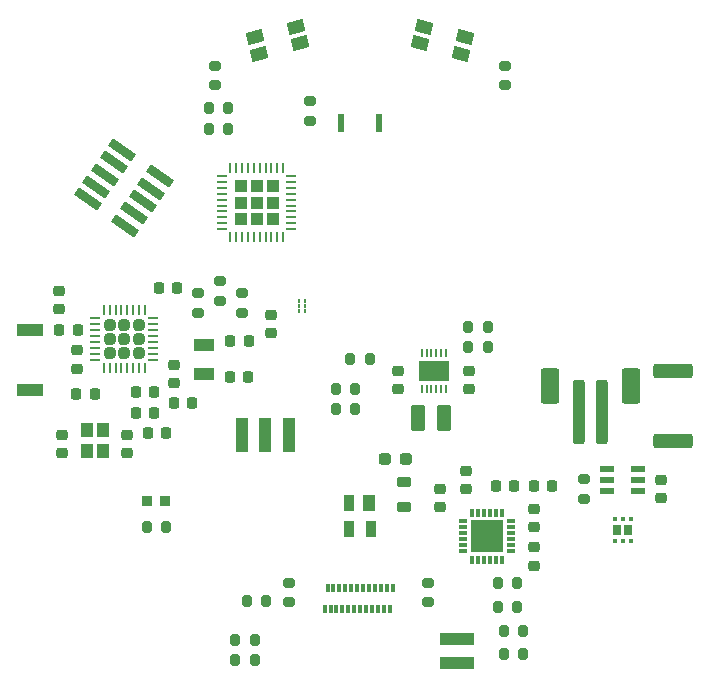
<source format=gbr>
%TF.GenerationSoftware,KiCad,Pcbnew,6.0.7+dfsg-1~bpo11+1*%
%TF.CreationDate,2022-09-06T20:28:51+02:00*%
%TF.ProjectId,pcb,7063622e-6b69-4636-9164-5f7063625858,0.1*%
%TF.SameCoordinates,Original*%
%TF.FileFunction,Paste,Top*%
%TF.FilePolarity,Positive*%
%FSLAX46Y46*%
G04 Gerber Fmt 4.6, Leading zero omitted, Abs format (unit mm)*
G04 Created by KiCad (PCBNEW 6.0.7+dfsg-1~bpo11+1) date 2022-09-06 20:28:51*
%MOMM*%
%LPD*%
G01*
G04 APERTURE LIST*
G04 Aperture macros list*
%AMRoundRect*
0 Rectangle with rounded corners*
0 $1 Rounding radius*
0 $2 $3 $4 $5 $6 $7 $8 $9 X,Y pos of 4 corners*
0 Add a 4 corners polygon primitive as box body*
4,1,4,$2,$3,$4,$5,$6,$7,$8,$9,$2,$3,0*
0 Add four circle primitives for the rounded corners*
1,1,$1+$1,$2,$3*
1,1,$1+$1,$4,$5*
1,1,$1+$1,$6,$7*
1,1,$1+$1,$8,$9*
0 Add four rect primitives between the rounded corners*
20,1,$1+$1,$2,$3,$4,$5,0*
20,1,$1+$1,$4,$5,$6,$7,0*
20,1,$1+$1,$6,$7,$8,$9,0*
20,1,$1+$1,$8,$9,$2,$3,0*%
%AMRotRect*
0 Rectangle, with rotation*
0 The origin of the aperture is its center*
0 $1 length*
0 $2 width*
0 $3 Rotation angle, in degrees counterclockwise*
0 Add horizontal line*
21,1,$1,$2,0,0,$3*%
G04 Aperture macros list end*
%ADD10RotRect,2.400000X0.760000X145.000000*%
%ADD11R,0.950000X0.950000*%
%ADD12R,1.800000X1.000000*%
%ADD13R,0.800000X0.300000*%
%ADD14R,0.300000X0.800000*%
%ADD15R,2.800000X2.800000*%
%ADD16RoundRect,0.225000X0.225000X0.250000X-0.225000X0.250000X-0.225000X-0.250000X0.225000X-0.250000X0*%
%ADD17RoundRect,0.250000X-0.250000X-2.500000X0.250000X-2.500000X0.250000X2.500000X-0.250000X2.500000X0*%
%ADD18RoundRect,0.250000X-0.550000X-1.250000X0.550000X-1.250000X0.550000X1.250000X-0.550000X1.250000X0*%
%ADD19RoundRect,0.200000X0.200000X0.275000X-0.200000X0.275000X-0.200000X-0.275000X0.200000X-0.275000X0*%
%ADD20R,0.250000X0.300000*%
%ADD21RoundRect,0.225000X0.250000X-0.225000X0.250000X0.225000X-0.250000X0.225000X-0.250000X-0.225000X0*%
%ADD22RoundRect,0.200000X-0.275000X0.200000X-0.275000X-0.200000X0.275000X-0.200000X0.275000X0.200000X0*%
%ADD23RoundRect,0.200000X-0.200000X-0.275000X0.200000X-0.275000X0.200000X0.275000X-0.200000X0.275000X0*%
%ADD24RoundRect,0.225000X-0.250000X0.225000X-0.250000X-0.225000X0.250000X-0.225000X0.250000X0.225000X0*%
%ADD25RoundRect,0.200000X0.275000X-0.200000X0.275000X0.200000X-0.275000X0.200000X-0.275000X-0.200000X0*%
%ADD26RotRect,1.400000X1.050000X165.500000*%
%ADD27RoundRect,0.242500X0.242500X0.242500X-0.242500X0.242500X-0.242500X-0.242500X0.242500X-0.242500X0*%
%ADD28RoundRect,0.062500X0.337500X0.062500X-0.337500X0.062500X-0.337500X-0.062500X0.337500X-0.062500X0*%
%ADD29RoundRect,0.062500X0.062500X0.337500X-0.062500X0.337500X-0.062500X-0.337500X0.062500X-0.337500X0*%
%ADD30R,0.300000X0.700000*%
%ADD31RoundRect,0.250000X-0.375000X-0.850000X0.375000X-0.850000X0.375000X0.850000X-0.375000X0.850000X0*%
%ADD32R,0.550000X1.500000*%
%ADD33RotRect,1.400000X1.050000X194.500000*%
%ADD34RoundRect,0.218750X-0.218750X-0.256250X0.218750X-0.256250X0.218750X0.256250X-0.218750X0.256250X0*%
%ADD35RoundRect,0.218750X-0.381250X0.218750X-0.381250X-0.218750X0.381250X-0.218750X0.381250X0.218750X0*%
%ADD36RoundRect,0.250000X-0.300000X-0.300000X0.300000X-0.300000X0.300000X0.300000X-0.300000X0.300000X0*%
%ADD37RoundRect,0.062500X-0.375000X-0.062500X0.375000X-0.062500X0.375000X0.062500X-0.375000X0.062500X0*%
%ADD38RoundRect,0.062500X-0.062500X-0.375000X0.062500X-0.375000X0.062500X0.375000X-0.062500X0.375000X0*%
%ADD39RoundRect,0.225000X-0.225000X-0.250000X0.225000X-0.250000X0.225000X0.250000X-0.225000X0.250000X0*%
%ADD40R,1.000000X1.150000*%
%ADD41RoundRect,0.218750X0.218750X0.256250X-0.218750X0.256250X-0.218750X-0.256250X0.218750X-0.256250X0*%
%ADD42R,1.100000X1.400000*%
%ADD43R,0.900000X1.400000*%
%ADD44R,0.400000X0.425000*%
%ADD45R,0.650000X0.900000*%
%ADD46R,0.200000X0.800000*%
%ADD47R,2.550000X1.800000*%
%ADD48R,1.000000X3.000000*%
%ADD49R,3.000000X1.000000*%
%ADD50R,1.150000X0.600000*%
%ADD51RoundRect,0.250000X1.425000X-0.362500X1.425000X0.362500X-1.425000X0.362500X-1.425000X-0.362500X0*%
%ADD52R,2.200000X1.100000*%
%ADD53RoundRect,0.237500X-0.287500X-0.237500X0.287500X-0.237500X0.287500X0.237500X-0.287500X0.237500X0*%
G04 APERTURE END LIST*
D10*
%TO.C,X5*%
X130140462Y-88699120D03*
X126945769Y-86462172D03*
X130868904Y-87658797D03*
X127674211Y-85421849D03*
X131597346Y-86618474D03*
X128402654Y-84381526D03*
X132325789Y-85578151D03*
X129131096Y-83341203D03*
X133054231Y-84537828D03*
X129859538Y-82300880D03*
%TD*%
D11*
%TO.C,V7*%
X132000000Y-112000000D03*
X133500000Y-112000000D03*
%TD*%
D12*
%TO.C,Y2*%
X136798000Y-98798000D03*
X136798000Y-101298000D03*
%TD*%
D13*
%TO.C,V5*%
X158750000Y-113750000D03*
X158750000Y-114250000D03*
X158750000Y-114750000D03*
X158750000Y-115250000D03*
X158750000Y-115750000D03*
X158750000Y-116250000D03*
D14*
X159500000Y-117000000D03*
X160000000Y-117000000D03*
X160500000Y-117000000D03*
X161000000Y-117000000D03*
X161500000Y-117000000D03*
X162000000Y-117000000D03*
D13*
X162750000Y-116250000D03*
X162750000Y-115750000D03*
X162750000Y-115250000D03*
X162750000Y-114750000D03*
X162750000Y-114250000D03*
X162750000Y-113750000D03*
D14*
X162000000Y-113000000D03*
X161500000Y-113000000D03*
X161000000Y-113000000D03*
X160500000Y-113000000D03*
X160000000Y-113000000D03*
X159500000Y-113000000D03*
D15*
X160750000Y-115000000D03*
%TD*%
D16*
%TO.C,C10*%
X135775000Y-103750000D03*
X134225000Y-103750000D03*
%TD*%
D17*
%TO.C,X2*%
X168500000Y-104500000D03*
X170500000Y-104500000D03*
D18*
X166100000Y-102250000D03*
X172900000Y-102250000D03*
%TD*%
D19*
%TO.C,R25*%
X150825000Y-100000000D03*
X149175000Y-100000000D03*
%TD*%
D20*
%TO.C,V32*%
X145307000Y-95964000D03*
X145307000Y-95504000D03*
X145307000Y-95044000D03*
X144867000Y-95044000D03*
X144867000Y-95504000D03*
X144867000Y-95964000D03*
%TD*%
D21*
%TO.C,C5*%
X156750000Y-112525000D03*
X156750000Y-110975000D03*
%TD*%
D22*
%TO.C,R23*%
X138176000Y-93409000D03*
X138176000Y-95059000D03*
%TD*%
D23*
%TO.C,R7*%
X159175000Y-99000000D03*
X160825000Y-99000000D03*
%TD*%
D24*
%TO.C,C20*%
X142494000Y-96253000D03*
X142494000Y-97803000D03*
%TD*%
D25*
%TO.C,R18*%
X162250000Y-76825000D03*
X162250000Y-75175000D03*
%TD*%
%TO.C,R1*%
X155750000Y-120575000D03*
X155750000Y-118925000D03*
%TD*%
D26*
%TO.C,S3*%
X155438860Y-71847409D03*
X158924191Y-72748777D03*
X158561140Y-74152591D03*
X155075809Y-73251223D03*
%TD*%
D24*
%TO.C,C16*%
X134250000Y-100475000D03*
X134250000Y-102025000D03*
%TD*%
D27*
%TO.C,V6*%
X131248000Y-97098000D03*
X131248000Y-98298000D03*
X128848000Y-99498000D03*
X130048000Y-97098000D03*
X128848000Y-98298000D03*
X130048000Y-98298000D03*
X131248000Y-99498000D03*
X130048000Y-99498000D03*
X128848000Y-97098000D03*
D28*
X132498000Y-100048000D03*
X132498000Y-99548000D03*
X132498000Y-99048000D03*
X132498000Y-98548000D03*
X132498000Y-98048000D03*
X132498000Y-97548000D03*
X132498000Y-97048000D03*
X132498000Y-96548000D03*
D29*
X131798000Y-95848000D03*
X131298000Y-95848000D03*
X130798000Y-95848000D03*
X130298000Y-95848000D03*
X129798000Y-95848000D03*
X129298000Y-95848000D03*
X128798000Y-95848000D03*
X128298000Y-95848000D03*
D28*
X127598000Y-96548000D03*
X127598000Y-97048000D03*
X127598000Y-97548000D03*
X127598000Y-98048000D03*
X127598000Y-98548000D03*
X127598000Y-99048000D03*
X127598000Y-99548000D03*
X127598000Y-100048000D03*
D29*
X128298000Y-100748000D03*
X128798000Y-100748000D03*
X129298000Y-100748000D03*
X129798000Y-100748000D03*
X130298000Y-100748000D03*
X130798000Y-100748000D03*
X131298000Y-100748000D03*
X131798000Y-100748000D03*
%TD*%
D23*
%TO.C,R13*%
X162175000Y-125000000D03*
X163825000Y-125000000D03*
%TD*%
D21*
%TO.C,C9*%
X124798000Y-107948000D03*
X124798000Y-106398000D03*
%TD*%
D25*
%TO.C,R17*%
X137750000Y-76825000D03*
X137750000Y-75175000D03*
%TD*%
D23*
%TO.C,R20*%
X147925000Y-102500000D03*
X149575000Y-102500000D03*
%TD*%
D22*
%TO.C,R2*%
X144000000Y-118925000D03*
X144000000Y-120575000D03*
%TD*%
D30*
%TO.C,X1*%
X147250000Y-119420000D03*
X147750000Y-119420000D03*
X148250000Y-119420000D03*
X148750000Y-119420000D03*
X149250000Y-119420000D03*
X149750000Y-119420000D03*
X150250000Y-119420000D03*
X150750000Y-119420000D03*
X151250000Y-119420000D03*
X151750000Y-119420000D03*
X152250000Y-119420000D03*
X152750000Y-119420000D03*
X152500000Y-121120000D03*
X152000000Y-121120000D03*
X151500000Y-121120000D03*
X151000000Y-121120000D03*
X150500000Y-121120000D03*
X150000000Y-121120000D03*
X149500000Y-121120000D03*
X149000000Y-121120000D03*
X148500000Y-121120000D03*
X148000000Y-121120000D03*
X147500000Y-121120000D03*
X147000000Y-121120000D03*
%TD*%
D31*
%TO.C,L2*%
X154925000Y-105000000D03*
X157075000Y-105000000D03*
%TD*%
D32*
%TO.C,S1*%
X148375000Y-80000000D03*
X151625000Y-80000000D03*
%TD*%
D24*
%TO.C,C1*%
X175500000Y-110225000D03*
X175500000Y-111775000D03*
%TD*%
D33*
%TO.C,S2*%
X144561140Y-71847409D03*
X141075809Y-72748777D03*
X144924191Y-73251223D03*
X141438860Y-74152591D03*
%TD*%
D24*
%TO.C,C15*%
X126048000Y-99273000D03*
X126048000Y-100823000D03*
%TD*%
D34*
%TO.C,L1*%
X164712500Y-110750000D03*
X166287500Y-110750000D03*
%TD*%
D21*
%TO.C,C8*%
X164750000Y-114250000D03*
X164750000Y-112700000D03*
%TD*%
D23*
%TO.C,R21*%
X131925000Y-114250000D03*
X133575000Y-114250000D03*
%TD*%
D35*
%TO.C,FB1*%
X153750000Y-110437500D03*
X153750000Y-112562500D03*
%TD*%
D19*
%TO.C,R24*%
X138825000Y-78750000D03*
X137175000Y-78750000D03*
%TD*%
D36*
%TO.C,V33*%
X141250000Y-86750000D03*
X139880000Y-88120000D03*
X142620000Y-86750000D03*
X141250000Y-85380000D03*
X142620000Y-85380000D03*
X139880000Y-85380000D03*
X139880000Y-86750000D03*
X141250000Y-88120000D03*
X142620000Y-88120000D03*
D37*
X138312500Y-84500000D03*
X138312500Y-85000000D03*
X138312500Y-85500000D03*
X138312500Y-86000000D03*
X138312500Y-86500000D03*
X138312500Y-87000000D03*
X138312500Y-87500000D03*
X138312500Y-88000000D03*
X138312500Y-88500000D03*
X138312500Y-89000000D03*
D38*
X139000000Y-89687500D03*
X139500000Y-89687500D03*
X140000000Y-89687500D03*
X140500000Y-89687500D03*
X141000000Y-89687500D03*
X141500000Y-89687500D03*
X142000000Y-89687500D03*
X142500000Y-89687500D03*
X143000000Y-89687500D03*
X143500000Y-89687500D03*
D37*
X144187500Y-89000000D03*
X144187500Y-88500000D03*
X144187500Y-88000000D03*
X144187500Y-87500000D03*
X144187500Y-87000000D03*
X144187500Y-86500000D03*
X144187500Y-86000000D03*
X144187500Y-85500000D03*
X144187500Y-85000000D03*
X144187500Y-84500000D03*
D38*
X143500000Y-83812500D03*
X143000000Y-83812500D03*
X142500000Y-83812500D03*
X142000000Y-83812500D03*
X141500000Y-83812500D03*
X141000000Y-83812500D03*
X140500000Y-83812500D03*
X140000000Y-83812500D03*
X139500000Y-83812500D03*
X139000000Y-83812500D03*
%TD*%
D39*
%TO.C,C2*%
X161475000Y-110750000D03*
X163025000Y-110750000D03*
%TD*%
D40*
%TO.C,Y1*%
X126848000Y-106048000D03*
X126848000Y-107798000D03*
X128248000Y-107798000D03*
X128248000Y-106048000D03*
%TD*%
D19*
%TO.C,R22*%
X138825000Y-80500000D03*
X137175000Y-80500000D03*
%TD*%
D21*
%TO.C,C6*%
X159250000Y-102525000D03*
X159250000Y-100975000D03*
%TD*%
D16*
%TO.C,C19*%
X140573000Y-98500000D03*
X139023000Y-98500000D03*
%TD*%
D19*
%TO.C,R12*%
X163825000Y-123000000D03*
X162175000Y-123000000D03*
%TD*%
D25*
%TO.C,R3*%
X169000000Y-111825000D03*
X169000000Y-110175000D03*
%TD*%
D23*
%TO.C,R6*%
X159175000Y-97250000D03*
X160825000Y-97250000D03*
%TD*%
D19*
%TO.C,R11*%
X163325000Y-119000000D03*
X161675000Y-119000000D03*
%TD*%
D41*
%TO.C,L3*%
X132585500Y-104548000D03*
X131010500Y-104548000D03*
%TD*%
D19*
%TO.C,R5*%
X142075000Y-120500000D03*
X140425000Y-120500000D03*
%TD*%
D42*
%TO.C,V3*%
X150750000Y-112150000D03*
D43*
X149050000Y-112150000D03*
X149050000Y-114350000D03*
X150950000Y-114350000D03*
%TD*%
D44*
%TO.C,V2*%
X172900000Y-113562000D03*
X172250000Y-113562000D03*
X171600000Y-113562000D03*
X171600000Y-115438000D03*
X172250000Y-115438000D03*
X172900000Y-115438000D03*
D45*
X171775000Y-114500000D03*
X172725000Y-114500000D03*
%TD*%
D39*
%TO.C,C12*%
X132975000Y-94000000D03*
X134525000Y-94000000D03*
%TD*%
D46*
%TO.C,V4*%
X155250000Y-102500000D03*
X155650000Y-102500000D03*
X156050000Y-102500000D03*
X156450000Y-102500000D03*
X156850000Y-102500000D03*
X157250000Y-102500000D03*
X157250000Y-99500000D03*
X156850000Y-99500000D03*
X156450000Y-99500000D03*
X156050000Y-99500000D03*
X155650000Y-99500000D03*
X155250000Y-99500000D03*
D47*
X156250000Y-101000000D03*
%TD*%
D34*
%TO.C,L5*%
X124510500Y-97536000D03*
X126085500Y-97536000D03*
%TD*%
D39*
%TO.C,C13*%
X131023000Y-102798000D03*
X132573000Y-102798000D03*
%TD*%
D19*
%TO.C,R19*%
X149575000Y-104250000D03*
X147925000Y-104250000D03*
%TD*%
D48*
%TO.C,X4*%
X139986000Y-106426000D03*
X141986000Y-106426000D03*
X143986000Y-106426000D03*
%TD*%
D22*
%TO.C,R16*%
X145750000Y-78175000D03*
X145750000Y-79825000D03*
%TD*%
D49*
%TO.C,X3*%
X158250000Y-123714000D03*
X158250000Y-125714000D03*
%TD*%
D50*
%TO.C,V1*%
X170950000Y-109300000D03*
X170950000Y-110250000D03*
X170950000Y-111200000D03*
X173550000Y-111200000D03*
X173550000Y-110250000D03*
X173550000Y-109300000D03*
%TD*%
D23*
%TO.C,R8*%
X139425000Y-123750000D03*
X141075000Y-123750000D03*
%TD*%
D34*
%TO.C,L4*%
X132010500Y-106298000D03*
X133585500Y-106298000D03*
%TD*%
D22*
%TO.C,R15*%
X136250000Y-94425000D03*
X136250000Y-96075000D03*
%TD*%
D23*
%TO.C,R9*%
X139425000Y-125500000D03*
X141075000Y-125500000D03*
%TD*%
D16*
%TO.C,C11*%
X127525000Y-103000000D03*
X125975000Y-103000000D03*
%TD*%
D51*
%TO.C,R4*%
X176500000Y-106962500D03*
X176500000Y-101037500D03*
%TD*%
D52*
%TO.C,AE1*%
X122048000Y-97498000D03*
X122048000Y-102598000D03*
%TD*%
D24*
%TO.C,C7*%
X164750000Y-115950000D03*
X164750000Y-117500000D03*
%TD*%
D16*
%TO.C,C17*%
X140525000Y-101500000D03*
X138975000Y-101500000D03*
%TD*%
D24*
%TO.C,C4*%
X153250000Y-100975000D03*
X153250000Y-102525000D03*
%TD*%
D21*
%TO.C,C18*%
X124500000Y-95775000D03*
X124500000Y-94225000D03*
%TD*%
D22*
%TO.C,R14*%
X140000000Y-94425000D03*
X140000000Y-96075000D03*
%TD*%
D21*
%TO.C,C14*%
X130298000Y-107948000D03*
X130298000Y-106398000D03*
%TD*%
%TO.C,C3*%
X159000000Y-111025000D03*
X159000000Y-109475000D03*
%TD*%
D19*
%TO.C,R10*%
X163325000Y-121000000D03*
X161675000Y-121000000D03*
%TD*%
D53*
%TO.C,F1*%
X152125000Y-108500000D03*
X153875000Y-108500000D03*
%TD*%
M02*

</source>
